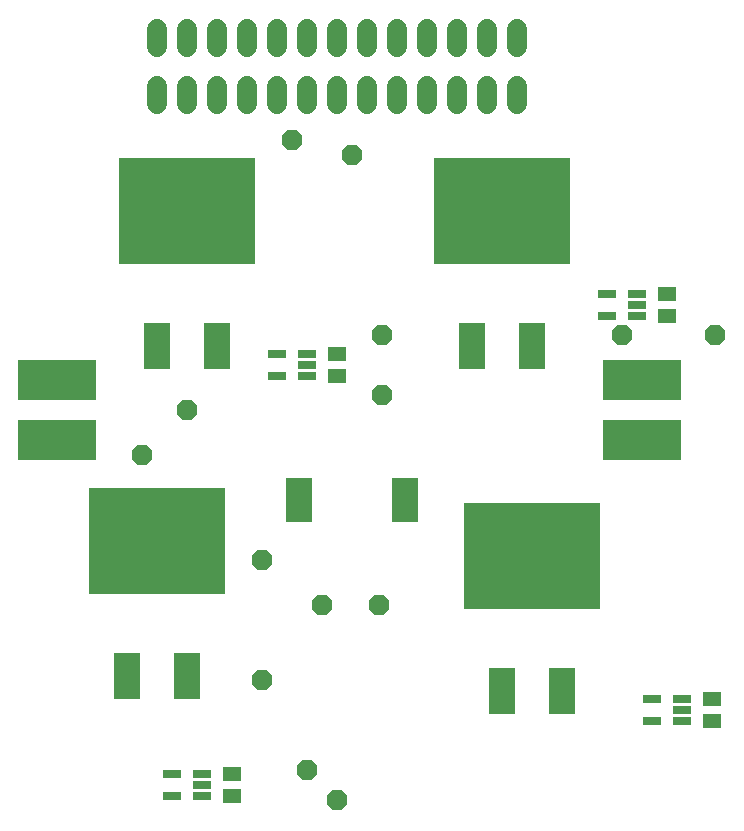
<source format=gbr>
G04 EAGLE Gerber RS-274X export*
G75*
%MOMM*%
%FSLAX34Y34*%
%LPD*%
%INSoldermask Top*%
%IPPOS*%
%AMOC8*
5,1,8,0,0,1.08239X$1,22.5*%
G01*
G04 Define Apertures*
%ADD10R,1.603200X0.803200*%
%ADD11C,1.727200*%
%ADD12R,2.203200X3.703200*%
%ADD13R,2.283200X4.013200*%
%ADD14R,11.633200X9.093200*%
%ADD15R,1.623400X1.234400*%
%ADD16R,6.654800X3.454400*%
%ADD17P,1.8695X8X22.5*%
D10*
X571300Y219100D03*
X571300Y228600D03*
X571300Y238100D03*
X546300Y238100D03*
X546300Y219100D03*
X533200Y562000D03*
X533200Y571500D03*
X533200Y581000D03*
X508200Y581000D03*
X508200Y562000D03*
X164900Y155600D03*
X164900Y165100D03*
X164900Y174600D03*
X139900Y174600D03*
X139900Y155600D03*
X253800Y511200D03*
X253800Y520700D03*
X253800Y530200D03*
X228800Y530200D03*
X228800Y511200D03*
D11*
X127000Y741680D02*
X127000Y756920D01*
X152400Y756920D02*
X152400Y741680D01*
X177800Y741680D02*
X177800Y756920D01*
X203200Y756920D02*
X203200Y741680D01*
X228600Y741680D02*
X228600Y756920D01*
X254000Y756920D02*
X254000Y741680D01*
X279400Y741680D02*
X279400Y756920D01*
X304800Y756920D02*
X304800Y741680D01*
X330200Y741680D02*
X330200Y756920D01*
X355600Y756920D02*
X355600Y741680D01*
X381000Y741680D02*
X381000Y756920D01*
X406400Y756920D02*
X406400Y741680D01*
X431800Y741680D02*
X431800Y756920D01*
X127000Y789780D02*
X127000Y805020D01*
X152400Y805020D02*
X152400Y789780D01*
X177800Y789780D02*
X177800Y805020D01*
X203200Y805020D02*
X203200Y789780D01*
X228600Y789780D02*
X228600Y805020D01*
X254000Y805020D02*
X254000Y789780D01*
X279400Y789780D02*
X279400Y805020D01*
X304800Y805020D02*
X304800Y789780D01*
X330200Y789780D02*
X330200Y805020D01*
X355600Y805020D02*
X355600Y789780D01*
X381000Y789780D02*
X381000Y805020D01*
X406400Y805020D02*
X406400Y789780D01*
X431800Y789780D02*
X431800Y805020D01*
D12*
X247100Y406400D03*
X337100Y406400D03*
D13*
X419100Y244600D03*
D14*
X444500Y358900D03*
D13*
X469900Y244600D03*
X393700Y536700D03*
D14*
X419100Y651000D03*
D13*
X444500Y536700D03*
X101600Y257300D03*
D14*
X127000Y371600D03*
D13*
X152400Y257300D03*
X127000Y536700D03*
D14*
X152400Y651000D03*
D13*
X177800Y536700D03*
D15*
X596900Y237795D03*
X596900Y219405D03*
X190500Y174295D03*
X190500Y155905D03*
X279400Y529895D03*
X279400Y511505D03*
X558800Y580695D03*
X558800Y562305D03*
D16*
X537718Y457200D03*
X537718Y508000D03*
X42418Y457200D03*
X42418Y508000D03*
D17*
X241300Y711200D03*
X292100Y698500D03*
X215900Y254000D03*
X215900Y355600D03*
X314800Y317500D03*
X266700Y317500D03*
X279400Y152400D03*
X254000Y177800D03*
X599600Y546100D03*
X520700Y546100D03*
X114300Y444500D03*
X152400Y482600D03*
X317500Y546100D03*
X317500Y495300D03*
M02*

</source>
